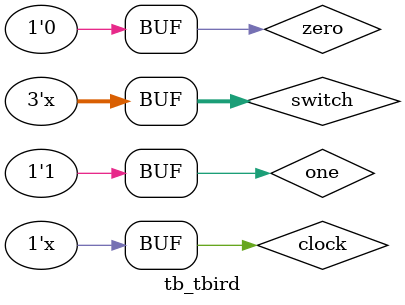
<source format=v>
module t_bird(switch, prev_switch, clock, one, zero, zeros, ones, zeros_temp, t_output);

input [2:0] switch;
output reg [2:0] prev_switch;
input clock, one, zero;
output reg [3:0] zeros, ones, zeros_temp;
output reg [7:0] t_output;

initial begin
	zeros <= 4'b0000;
	ones <= 4'b1111;
	zeros_temp <= 4'b0000;

end

always @(posedge clock) begin
	if (switch != prev_switch) begin // detects if there is a change with the switch value
									 // if there is a change, the it resets to default values
		zeros <= 4'b0000;
		ones <= 4'b1111;
		zeros_temp <= 4'b0000;

	end
	prev_switch <= switch;
	if (switch == 3'b000) t_output <= 0;
	else if (switch == 3'b001) begin
		t_output <= {zeros, zeros_temp};
		zeros_temp <= {one, zeros_temp[3:1]};
		if (zeros_temp == 4'b1111) begin
			t_output <= {zeros, zeros_temp};
			zeros_temp <= 0;
		end
	end else if (switch == 3'b010) begin
		t_output <= {zeros_temp, zeros};
		zeros_temp <= {zeros_temp[2:0], one};
		if (zeros_temp == 4'b1111) begin
			t_output <= {zeros_temp, zeros};
			zeros_temp <= 0;
		end
	end else if (switch == 3'b011 || switch == 3'b111) begin
		t_output <= {zeros, zeros_temp};
		zeros_temp <= {one, zeros_temp[3:1]};
		zeros <= {zeros[2:0], one};
		if (zeros_temp == 4'b1111) begin
			t_output <= {zeros_temp, zeros};
			zeros_temp <= 0;
			zeros <= 0;
		end
	end else if (switch == 3'b100) begin
		t_output <= 8'b11111111;
	end else if (switch == 3'b101) begin
		t_output <= {ones, zeros_temp};
		zeros_temp <= {one, zeros_temp[3:1]};
		if (zeros_temp == 4'b1111) begin
			t_output <= {ones, zeros_temp};
			zeros_temp <= 0;
		end
	end else if (switch == 3'b110) begin
		t_output <= {zeros_temp, ones};
		zeros_temp <= {zeros_temp[2:0], one};
		if (zeros_temp == 4'b1111) begin
			t_output <= {zeros_temp, ones};
			zeros_temp <= 0;
		end
	end 
end

endmodule

// --------------------------------------

module tb_tbird();

reg [2:0] switch;
reg clock, one, zero;
wire [2:0] prev_switch;
wire [3:0] zeros, ones, zeros_temp;
wire [7:0] t_output;

t_bird dut(switch, prev_switch, clock, one, zero, zeros, ones, zeros_temp, t_output);

always #10 clock = ~clock;
always #200 switch = switch + 1;

initial begin
	one = 1; zero = 0; clock = 0; switch = 0;
end

endmodule

</source>
